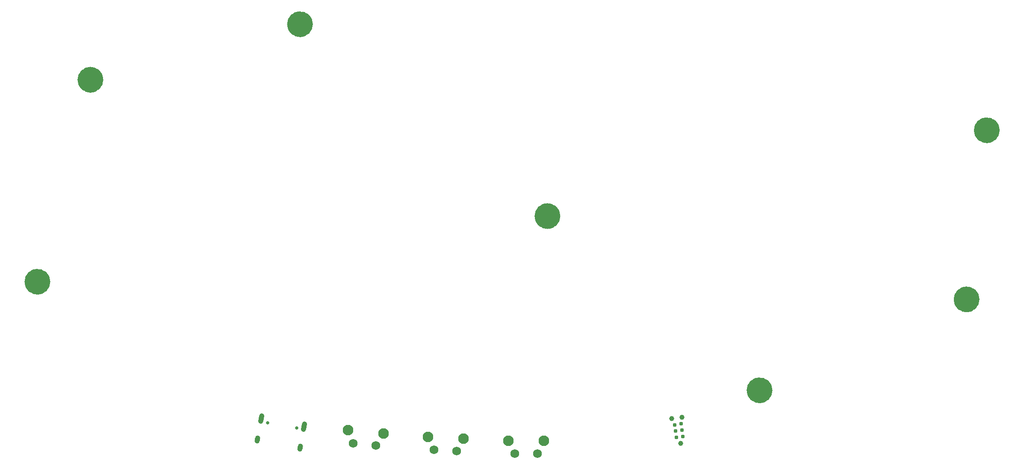
<source format=gbs>
%TF.GenerationSoftware,KiCad,Pcbnew,(7.0.0)*%
%TF.CreationDate,2023-11-20T00:40:36-04:00*%
%TF.ProjectId,nopesign,6e6f7065-7369-4676-9e2e-6b696361645f,rev?*%
%TF.SameCoordinates,Original*%
%TF.FileFunction,Soldermask,Bot*%
%TF.FilePolarity,Negative*%
%FSLAX46Y46*%
G04 Gerber Fmt 4.6, Leading zero omitted, Abs format (unit mm)*
G04 Created by KiCad (PCBNEW (7.0.0)) date 2023-11-20 00:40:36*
%MOMM*%
%LPD*%
G01*
G04 APERTURE LIST*
G04 Aperture macros list*
%AMHorizOval*
0 Thick line with rounded ends*
0 $1 width*
0 $2 $3 position (X,Y) of the first rounded end (center of the circle)*
0 $4 $5 position (X,Y) of the second rounded end (center of the circle)*
0 Add line between two ends*
20,1,$1,$2,$3,$4,$5,0*
0 Add two circle primitives to create the rounded ends*
1,1,$1,$2,$3*
1,1,$1,$4,$5*%
G04 Aperture macros list end*
%ADD10C,2.575000*%
%ADD11C,2.100000*%
%ADD12C,1.750000*%
%ADD13HorizOval,1.000000X-0.054671X-0.294976X0.054671X0.294976X0*%
%ADD14HorizOval,1.000000X-0.100230X-0.540790X0.100230X0.540790X0*%
%ADD15C,0.650000*%
%ADD16C,0.787400*%
%ADD17C,0.990600*%
G04 APERTURE END LIST*
D10*
X57287500Y-100000000D02*
G75*
G03*
X57287500Y-100000000I-1287500J0D01*
G01*
X67787500Y-60000000D02*
G75*
G03*
X67787500Y-60000000I-1287500J0D01*
G01*
X109287500Y-49000000D02*
G75*
G03*
X109287500Y-49000000I-1287500J0D01*
G01*
X158287500Y-87000000D02*
G75*
G03*
X158287500Y-87000000I-1287500J0D01*
G01*
X245287500Y-70000000D02*
G75*
G03*
X245287500Y-70000000I-1287500J0D01*
G01*
X241287500Y-103500000D02*
G75*
G03*
X241287500Y-103500000I-1287500J0D01*
G01*
X200287500Y-121500000D02*
G75*
G03*
X200287500Y-121500000I-1287500J0D01*
G01*
D11*
X156250000Y-131510000D03*
X149240000Y-131510000D03*
D12*
X155000000Y-134000000D03*
X150500000Y-134000000D03*
D11*
X140378603Y-131078832D03*
X133378210Y-130711957D03*
D12*
X139000000Y-133500000D03*
X134506167Y-133264488D03*
X118524651Y-131972399D03*
X123000000Y-132442777D03*
D11*
X117531830Y-129364334D03*
X124503428Y-130097078D03*
D13*
X108056313Y-132819674D03*
D14*
X108818057Y-128709669D03*
D13*
X99560990Y-131245159D03*
D14*
X100322735Y-127135154D03*
D15*
X107315419Y-128970198D03*
X101632206Y-127916877D03*
D16*
X183452070Y-128153985D03*
X182194430Y-128330734D03*
X183628820Y-129411625D03*
X182371180Y-129588375D03*
X183805570Y-130669266D03*
X182547930Y-130846015D03*
D17*
X181640388Y-127126119D03*
X183652613Y-126843319D03*
X183353500Y-132015281D03*
M02*

</source>
